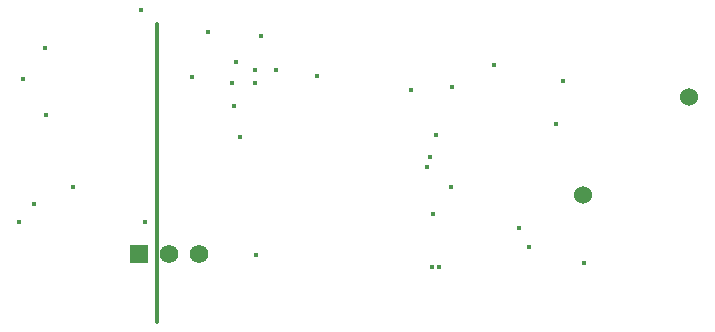
<source format=gbr>
G04*
G04 #@! TF.GenerationSoftware,Altium Limited,Altium Designer,25.8.1 (18)*
G04*
G04 Layer_Physical_Order=3*
G04 Layer_Color=16440176*
%FSLAX44Y44*%
%MOMM*%
G71*
G04*
G04 #@! TF.SameCoordinates,2BA7E10B-6E93-4220-B227-DF091A9E169F*
G04*
G04*
G04 #@! TF.FilePolarity,Positive*
G04*
G01*
G75*
%ADD43C,1.5700*%
%ADD44R,1.5700X1.5700*%
%ADD50C,0.3000*%
%ADD51C,0.4000*%
%ADD52C,1.5240*%
D43*
X-131629Y-92102D02*
D03*
X-157029D02*
D03*
D44*
X-182429D02*
D03*
D50*
X-167894Y-149705D02*
Y103123D01*
D51*
X-261865Y25458D02*
D03*
X-284043Y-64430D02*
D03*
X-271864Y-49913D02*
D03*
X-79542Y92367D02*
D03*
X-83665Y-92809D02*
D03*
X-97536Y7365D02*
D03*
X-66802Y64007D02*
D03*
X-100584Y70611D02*
D03*
X64008Y-9653D02*
D03*
X61214Y-18289D02*
D03*
X70866Y-102617D02*
D03*
X81788Y-35561D02*
D03*
X-280670Y55879D02*
D03*
X-32004Y58673D02*
D03*
X-84582Y64007D02*
D03*
X68834Y9084D02*
D03*
X170180Y18541D02*
D03*
X138589Y-69597D02*
D03*
X147599Y-85681D02*
D03*
X-103886Y53085D02*
D03*
X-84822D02*
D03*
X-102334Y33498D02*
D03*
X-238506Y-34799D02*
D03*
X-262636Y82601D02*
D03*
X66040Y-58421D02*
D03*
X194310Y-99823D02*
D03*
X65278Y-103125D02*
D03*
X-181102Y114553D02*
D03*
X176022Y54355D02*
D03*
X82042Y49275D02*
D03*
X117856Y68325D02*
D03*
X47244Y47243D02*
D03*
X-138185Y58263D02*
D03*
X-124185Y95757D02*
D03*
X-177292Y-64771D02*
D03*
D52*
X283149Y41032D02*
D03*
X193149Y-41968D02*
D03*
M02*

</source>
